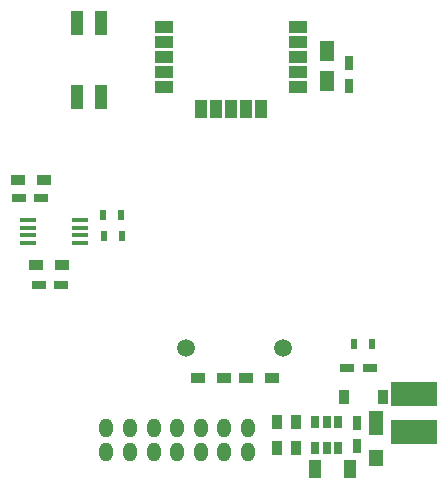
<source format=gts>
G04 #@! TF.GenerationSoftware,KiCad,Pcbnew,(2017-11-08 revision cd21218)-HEAD*
G04 #@! TF.CreationDate,2018-05-28T17:08:36+03:00*
G04 #@! TF.ProjectId,livolo_1_channel_1way_eu_switch,6C69766F6C6F5F315F6368616E6E656C,rev?*
G04 #@! TF.SameCoordinates,Original*
G04 #@! TF.FileFunction,Soldermask,Top*
G04 #@! TF.FilePolarity,Negative*
%FSLAX46Y46*%
G04 Gerber Fmt 4.6, Leading zero omitted, Abs format (unit mm)*
G04 Created by KiCad (PCBNEW (2017-11-08 revision cd21218)-HEAD) date Mon May 28 17:08:36 2018*
%MOMM*%
%LPD*%
G01*
G04 APERTURE LIST*
%ADD10O,1.200000X1.600000*%
%ADD11R,1.000000X2.000000*%
%ADD12R,4.000000X2.000000*%
%ADD13R,1.200000X2.000000*%
%ADD14R,1.200000X1.400000*%
%ADD15R,0.900000X1.200000*%
%ADD16R,0.650000X1.060000*%
%ADD17C,1.500000*%
%ADD18R,1.200000X0.750000*%
%ADD19R,0.750000X1.200000*%
%ADD20R,1.200000X0.900000*%
%ADD21R,0.500000X0.900000*%
%ADD22R,1.260000X1.750000*%
%ADD23R,1.000000X1.600000*%
%ADD24R,1.450000X0.450000*%
%ADD25C,0.600000*%
%ADD26R,1.500000X1.000000*%
%ADD27R,1.000000X1.500000*%
G04 APERTURE END LIST*
D10*
X143650000Y-107550000D03*
X143650000Y-109550000D03*
X141650000Y-107550000D03*
X141650000Y-109550000D03*
X139650000Y-107550000D03*
X139650000Y-109550000D03*
X137650000Y-107550000D03*
X137650000Y-109550000D03*
X135650000Y-107550000D03*
X135650000Y-109550000D03*
X133650000Y-107550000D03*
X133650000Y-109550000D03*
X131650000Y-107550000D03*
X131650000Y-109550000D03*
D11*
X129200000Y-79525000D03*
X129200000Y-73275000D03*
X131200000Y-79525000D03*
X131200000Y-73275000D03*
D12*
X157700000Y-104650000D03*
X157700000Y-107900000D03*
D13*
X154500000Y-107100000D03*
D14*
X154500000Y-110100000D03*
D15*
X146100000Y-107000000D03*
X146100000Y-109200000D03*
D16*
X150300000Y-109200000D03*
X151250000Y-109200000D03*
X149350000Y-109200000D03*
X149350000Y-107000000D03*
X150300000Y-107000000D03*
X151250000Y-107000000D03*
D17*
X146600000Y-100800000D03*
X138400000Y-100800000D03*
D18*
X153950000Y-102500000D03*
X152050000Y-102500000D03*
D19*
X152900000Y-109050000D03*
X152900000Y-107150000D03*
D15*
X155050000Y-104900000D03*
X151750000Y-104900000D03*
X147700000Y-109200000D03*
X147700000Y-107000000D03*
D20*
X139400000Y-103300000D03*
X141600000Y-103300000D03*
X145700000Y-103300000D03*
X143500000Y-103300000D03*
D21*
X152650000Y-100400000D03*
X154150000Y-100400000D03*
D22*
X150300000Y-75625000D03*
X150300000Y-78175000D03*
D19*
X152200000Y-78550000D03*
X152200000Y-76650000D03*
D23*
X152300000Y-111000000D03*
X149300000Y-111000000D03*
D18*
X125950000Y-95400000D03*
X127850000Y-95400000D03*
X126150000Y-88100000D03*
X124250000Y-88100000D03*
D21*
X131400000Y-89500000D03*
X132900000Y-89500000D03*
X132950000Y-91300000D03*
X131450000Y-91300000D03*
D20*
X127900000Y-93700000D03*
X125700000Y-93700000D03*
X126350000Y-86500000D03*
X124150000Y-86500000D03*
D24*
X125000000Y-91875000D03*
X125000000Y-91225000D03*
X125000000Y-90575000D03*
X125000000Y-89925000D03*
X129400000Y-89925000D03*
X129400000Y-90575000D03*
X129400000Y-91225000D03*
X129400000Y-91875000D03*
D25*
X136570000Y-78630000D03*
X136570000Y-77360000D03*
X136570000Y-76090000D03*
X136570000Y-74820000D03*
X136570000Y-73550000D03*
X144720000Y-80620000D03*
X143450000Y-80620000D03*
X142180000Y-80620000D03*
X140910000Y-80620000D03*
X139640000Y-80620000D03*
X147910000Y-78630000D03*
X147910000Y-77360000D03*
X147910000Y-76090000D03*
X147910000Y-74820000D03*
D26*
X147860000Y-73550000D03*
X147860000Y-74820000D03*
X147860000Y-76090000D03*
X147860000Y-77360000D03*
X147860000Y-78630000D03*
D27*
X139640000Y-80570000D03*
X140910000Y-80570000D03*
X142180000Y-80570000D03*
X143450000Y-80570000D03*
X144720000Y-80570000D03*
D26*
X136520000Y-74820000D03*
X136520000Y-77360000D03*
X136520000Y-76090000D03*
X136520000Y-78630000D03*
X136520000Y-73550000D03*
D25*
X147910000Y-73550000D03*
M02*

</source>
